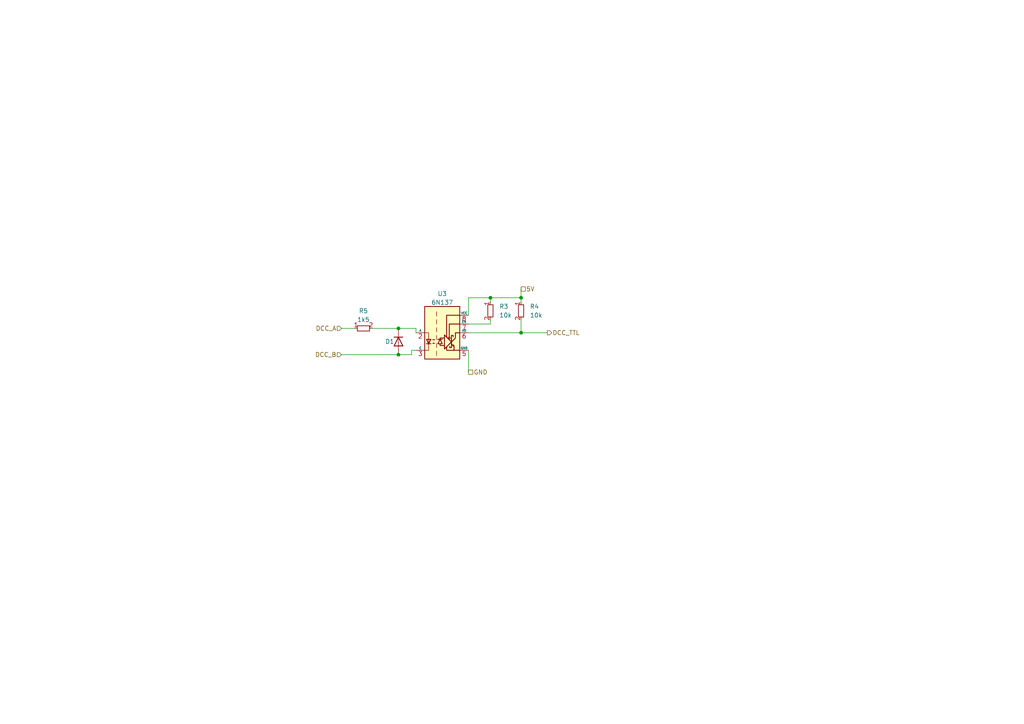
<source format=kicad_sch>
(kicad_sch (version 20231120) (generator "eeschema") (generator_version "8.0")
  (paper "A4")
  (lib_symbols
    (symbol "Device:D" (pin_numbers hide) (pin_names (offset 1.016) hide)
      (property "Reference" "D" (at 0 2.54 0))
      (property "Value" "D" (at 0 -2.54 0))
      (symbol "D_0_1"
        (polyline (pts (xy -1.27 1.27) (xy -1.27 -1.27)) (stroke (width 0.254)))
        (polyline (pts (xy 1.27 0) (xy -1.27 0)))
        (polyline (pts (xy 1.27 1.27) (xy 1.27 -1.27) (xy -1.27 0) (xy 1.27 1.27)) (stroke (width 0.254)))
      )
      (symbol "D_1_1"
        (pin passive line (at -3.81 0 0) (length 2.54) (name "K") (number "1"))
        (pin passive line (at 3.81 0 180) (length 2.54) (name "A") (number "2"))
      )
    )
    (symbol "Isolator:6N137" (pin_names (offset 0))
      (property "Reference" "U" (at -4.064 8.89 0))
      (property "Value" "6N137" (at 0 -8.89 0))
      (symbol "6N137_0_1"
        (polyline (pts (xy 2.667 -3.556) (xy 2.667 -1.651)) (stroke (width 0.254)))
        (polyline (pts (xy 2.667 -2.159) (xy 2.667 -2.921)) (stroke (width 0.254)))
        (polyline (pts (xy 3.429 -3.937) (xy 3.429 -5.08)) (stroke (width 0.254)))
        (polyline (pts (xy -0.635 -3.302) (xy -0.635 -3.683) (xy 0.635 -3.683)) (stroke (width 0.254)))
        (polyline (pts (xy -0.635 -1.905) (xy -0.635 -1.524) (xy 0.508 -1.524)) (stroke (width 0.254)))
        (polyline (pts (xy 1.27 -4.064) (xy 1.27 -5.08) (xy 5.08 -5.08)) (stroke (width 0.254)))
        (polyline (pts (xy 1.27 -1.27) (xy 1.27 5.08) (xy 5.08 5.08)) (stroke (width 0.254)))
        (polyline (pts (xy 2.032 -1.27) (xy 2.032 2.54) (xy 5.08 2.54)) (stroke (width 0.254)))
        (polyline (pts (xy -5.08 -5.08) (xy -3.937 -5.08) (xy -3.937 0) (xy -5.08 0)))
        (polyline (pts (xy 2.667 -3.302) (xy 2.667 -4.318) (xy 2.159 -4.318) (xy 2.159 -3.937)) (stroke (width 0.254)))
        (polyline (pts (xy 2.667 -2.667) (xy 0.635 -4.699) (xy 0.635 -0.635) (xy 2.667 -2.667)) (stroke (width 0.254)))
        (polyline (pts (xy 2.667 -1.778) (xy 2.667 -0.762) (xy 3.175 -0.762) (xy 3.175 -1.143)) (stroke (width 0.254)))
        (polyline (pts (xy 2.794 -2.54) (xy 3.81 -1.524) (xy 3.81 0) (xy 5.08 0)) (stroke (width 0.254)))
        (polyline (pts (xy 2.667 -3.175) (xy 3.429 -3.937) (xy 3.302 -3.556) (xy 3.048 -3.81) (xy 3.429 -3.937)) (stroke (width 0.254)))
        (circle (center 2.032 -1.524) (radius 0.254) (stroke (width 0.254)))
      )
      (symbol "6N137_1_1"
        (rectangle (start -5.08 7.62) (end 5.08 -7.62) (stroke (width 0.254)) (fill (type background)))
        (polyline (pts (xy -4.572 -3.175) (xy -3.302 -3.175)) (stroke (width 0.254)))
        (polyline (pts (xy -1.651 -5.334) (xy -1.651 -6.604)))
        (polyline (pts (xy -1.651 -3.048) (xy -1.651 -4.318)))
        (polyline (pts (xy -1.651 -0.762) (xy -1.651 -2.032)))
        (polyline (pts (xy -1.651 1.524) (xy -1.651 0.254)))
        (polyline (pts (xy -1.651 3.81) (xy -1.651 2.54)))
        (polyline (pts (xy -1.651 6.096) (xy -1.651 4.826)))
        (polyline (pts (xy -1.27 -1.905) (xy 0 -1.905)) (stroke (width 0.254)))
        (polyline (pts (xy -3.937 -3.175) (xy -4.572 -1.905) (xy -3.302 -1.905) (xy -3.937 -3.175)) (stroke (width 0.254)))
        (polyline (pts (xy -0.635 -1.905) (xy -1.27 -3.175) (xy 0 -3.175) (xy -0.635 -1.905)) (stroke (width 0.254)))
        (polyline (pts (xy -2.921 -3.048) (xy -2.159 -3.048) (xy -2.54 -3.175) (xy -2.54 -2.921) (xy -2.159 -3.048)) (stroke (width 0.127)))
        (polyline (pts (xy -2.921 -2.032) (xy -2.159 -2.032) (xy -2.54 -2.159) (xy -2.54 -1.905) (xy -2.159 -2.032)) (stroke (width 0.127)))
        (pin no_connect line (at -5.08 5.08 0) (length 2.54) hide (name "NC") (number "1"))
        (pin passive line (at -7.62 0 0) (length 2.54) (name "A") (number "2"))
        (pin passive line (at -7.62 -5.08 0) (length 2.54) (name "C") (number "3"))
        (pin power_in line (at 7.62 -5.08 180) (length 2.54) (name "GND") (number "5"))
        (pin open_collector line (at 7.62 0 180) (length 2.54) (name "VO") (number "6"))
        (pin input line (at 7.62 2.54 180) (length 2.54) (name "EN") (number "7"))
        (pin power_in line (at 7.62 5.08 180) (length 2.54) (name "VCC") (number "8"))
      )
    )
    (symbol "resistors_0603:R_10k_0603"
      (property "Reference" "R" (at 1.27 2.54 0))
      (property "Value" "10k" (at 2.54 -2.54 0))
      (symbol "R_10k_0603_0_1"
        (rectangle (start -0.762 1.778) (end 0.762 -1.778) (stroke (width 0.2032)))
      )
      (symbol "R_10k_0603_1_1"
        (pin passive line (at 0 2.54 270) (length 0.762) (name "~") (number "1"))
        (pin passive line (at 0 -2.54 90) (length 0.762) (name "~") (number "2"))
      )
    )
    (symbol "resistors_0603:R_1k5_0603"
      (property "Reference" "R" (at 1.27 2.54 0))
      (property "Value" "1k5" (at 2.54 -2.54 0))
      (symbol "R_1k5_0603_0_1"
        (rectangle (start -0.762 1.778) (end 0.762 -1.778) (stroke (width 0.2032)))
      )
      (symbol "R_1k5_0603_1_1"
        (pin passive line (at 0 2.54 270) (length 0.762) (name "~") (number "1"))
        (pin passive line (at 0 -2.54 90) (length 0.762) (name "~") (number "2"))
      )
    )
  )
  (junction (at 115.57 102.87))
  (junction (at 151.13 96.52))
  (junction (at 115.57 95.25))
  (junction (at 151.13 86.36))
  (junction (at 142.24 86.36))
  (wire (pts (xy 151.13 83.82) (xy 151.13 86.36)))
  (wire (pts (xy 135.89 101.6) (xy 135.89 107.95)))
  (wire (pts (xy 151.13 96.52) (xy 158.75 96.52)))
  (wire (pts (xy 142.24 86.36) (xy 142.24 87.63)))
  (wire (pts (xy 142.24 92.71) (xy 142.24 93.98)))
  (wire (pts (xy 151.13 86.36) (xy 151.13 87.63)))
  (wire (pts (xy 135.89 96.52) (xy 151.13 96.52)))
  (wire (pts (xy 142.24 86.36) (xy 151.13 86.36)))
  (wire (pts (xy 115.57 95.25) (xy 120.65 95.25)))
  (wire (pts (xy 115.57 102.87) (xy 119.38 102.87)))
  (wire (pts (xy 135.89 86.36) (xy 142.24 86.36)))
  (wire (pts (xy 119.38 101.6) (xy 119.38 102.87)))
  (wire (pts (xy 99.06 102.87) (xy 115.57 102.87)))
  (wire (pts (xy 120.65 96.52) (xy 120.65 95.25)))
  (wire (pts (xy 135.89 93.98) (xy 142.24 93.98)))
  (wire (pts (xy 135.89 91.44) (xy 135.89 86.36)))
  (wire (pts (xy 107.95 95.25) (xy 115.57 95.25)))
  (wire (pts (xy 151.13 92.71) (xy 151.13 96.52)))
  (wire (pts (xy 99.06 95.25) (xy 102.87 95.25)))
  (wire (pts (xy 120.65 101.6) (xy 119.38 101.6)))
  (hierarchical_label "GND" (shape passive) (at 135.89 107.95 0))
  (hierarchical_label "5V" (shape passive) (at 151.13 83.82 0))
  (hierarchical_label "DCC_TTL" (shape output) (at 158.75 96.52 0))
  (hierarchical_label "DCC_B" (shape input) (at 99.06 102.87 180))
  (hierarchical_label "DCC_A" (shape input) (at 99.06 95.25 180))
  (symbol (lib_id "resistors_0603:R_10k_0603") (at 142.24 90.17 0) (unit 1)
    (property "Reference" "R3" (at 144.78 88.8999 0) (effects (justify left)))
    (property "Value" "10k" (at 144.78 91.4399 0) (effects (justify left)))
    (property "Footprint" "custom_kicad_lib_sk:R_0603_smalltext" (effects (hide yes)))
    (property "JLCPCB Part#" "C25804" (effects (hide yes)))
  )
  (symbol (lib_id "resistors_0603:R_10k_0603") (at 151.13 90.17 0) (unit 1)
    (property "Reference" "R4" (at 153.67 88.8999 0) (effects (justify left)))
    (property "Value" "10k" (at 153.67 91.4399 0) (effects (justify left)))
    (property "Footprint" "custom_kicad_lib_sk:R_0603_smalltext" (effects (hide yes)))
    (property "JLCPCB Part#" "C25804" (effects (hide yes)))
  )
  (symbol (lib_id "Isolator:6N137") (at 128.27 96.52 0) (unit 1)
    (property "Reference" "U3" (at 128.27 85.2002 0))
    (property "Value" "6N137" (at 128.27 87.7371 0))
    (property "Footprint" "Package_SO:SOP-8_6.62x9.15mm_P2.54mm" (effects (hide yes)))
    (property "Datasheet" "https://datasheet.lcsc.com/szlcsc/1908282202_Everlight-Elec-6N137S1-TA_C110020.pdf" (effects (hide yes)))
    (property "JLCPCB Part#" "C110020" (effects (hide yes)))
  )
  (symbol (lib_id "Device:D") (at 115.57 99.06 270) (unit 1)
    (property "Reference" "D1" (at 113.03 99.06 90))
    (property "Value" "D" (effects (hide yes)))
    (property "Footprint" "Diode_SMD:D_SOD-323" (effects (hide yes)))
    (property "JLCPCB Part#" "C2128" (effects (hide yes)))
  )
  (symbol (lib_id "resistors_0603:R_1k5_0603") (at 105.41 95.25 90) (unit 1)
    (property "Reference" "R5" (at 105.41 90.17 90))
    (property "Value" "1k5" (at 105.41 92.71 90))
    (property "Footprint" "custom_kicad_lib_sk:R_0603_smalltext" (effects (hide yes)))
    (property "JLCPCB Part#" "C22843" (effects (hide yes)))
  )
)
</source>
